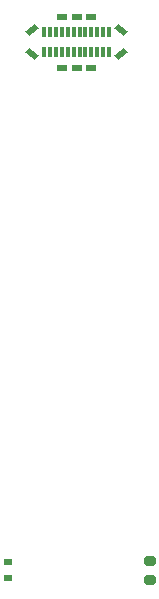
<source format=gbp>
%TF.GenerationSoftware,KiCad,Pcbnew,9.0.7*%
%TF.CreationDate,2026-01-09T12:44:47-06:00*%
%TF.ProjectId,dreamV1_0,64726561-6d56-4315-9f30-2e6b69636164,1*%
%TF.SameCoordinates,Original*%
%TF.FileFunction,Paste,Bot*%
%TF.FilePolarity,Positive*%
%FSLAX46Y46*%
G04 Gerber Fmt 4.6, Leading zero omitted, Abs format (unit mm)*
G04 Created by KiCad (PCBNEW 9.0.7) date 2026-01-09 12:44:47*
%MOMM*%
%LPD*%
G01*
G04 APERTURE LIST*
G04 Aperture macros list*
%AMRoundRect*
0 Rectangle with rounded corners*
0 $1 Rounding radius*
0 $2 $3 $4 $5 $6 $7 $8 $9 X,Y pos of 4 corners*
0 Add a 4 corners polygon primitive as box body*
4,1,4,$2,$3,$4,$5,$6,$7,$8,$9,$2,$3,0*
0 Add four circle primitives for the rounded corners*
1,1,$1+$1,$2,$3*
1,1,$1+$1,$4,$5*
1,1,$1+$1,$6,$7*
1,1,$1+$1,$8,$9*
0 Add four rect primitives between the rounded corners*
20,1,$1+$1,$2,$3,$4,$5,0*
20,1,$1+$1,$4,$5,$6,$7,0*
20,1,$1+$1,$6,$7,$8,$9,0*
20,1,$1+$1,$8,$9,$2,$3,0*%
%AMRotRect*
0 Rectangle, with rotation*
0 The origin of the aperture is its center*
0 $1 length*
0 $2 width*
0 $3 Rotation angle, in degrees counterclockwise*
0 Add horizontal line*
21,1,$1,$2,0,0,$3*%
G04 Aperture macros list end*
%ADD10RoundRect,0.200000X-0.275000X0.200000X-0.275000X-0.200000X0.275000X-0.200000X0.275000X0.200000X0*%
%ADD11R,0.762000X0.558800*%
%ADD12R,0.820000X0.550000*%
%ADD13RotRect,1.030000X0.500000X141.000000*%
%ADD14RotRect,1.030000X0.500000X219.000000*%
%ADD15R,0.300000X0.850000*%
G04 APERTURE END LIST*
D10*
%TO.C,R7*%
X96000000Y-100175000D03*
X96000000Y-101825000D03*
%TD*%
D11*
%TO.C,R6*%
X84000000Y-101673100D03*
X84000000Y-100326900D03*
%TD*%
D12*
%TO.C,J11*%
X90980000Y-54150000D03*
X89780000Y-54150000D03*
X88580000Y-54150000D03*
X90980000Y-58450000D03*
X89780000Y-58450000D03*
X88580000Y-58450000D03*
D13*
X93550000Y-55300000D03*
D14*
X86010000Y-55300000D03*
X93550000Y-57300000D03*
D13*
X86010000Y-57300000D03*
D15*
X92530000Y-55470000D03*
X92030000Y-55470000D03*
X91530000Y-55470000D03*
X91030000Y-55470000D03*
X90530000Y-55470000D03*
X90030000Y-55470000D03*
X89530000Y-55470000D03*
X89030000Y-55470000D03*
X88530000Y-55470000D03*
X88030000Y-55470000D03*
X87530000Y-55470000D03*
X87030000Y-55470000D03*
X87030000Y-57130000D03*
X87530000Y-57130000D03*
X88030000Y-57130000D03*
X88530000Y-57130000D03*
X89030000Y-57130000D03*
X89530000Y-57130000D03*
X90030000Y-57130000D03*
X90530000Y-57130000D03*
X91030000Y-57130000D03*
X91530000Y-57130000D03*
X92030000Y-57130000D03*
X92530000Y-57130000D03*
%TD*%
M02*

</source>
